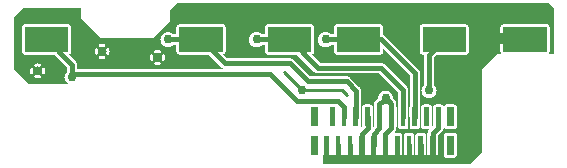
<source format=gbr>
G04 start of page 2 for group 0 idx 0 *
G04 Title: (unknown), 1top *
G04 Creator: pcb 20110918 *
G04 CreationDate: Mon Sep 22 22:22:36 2014 UTC *
G04 For: fosse *
G04 Format: Gerber/RS-274X *
G04 PCB-Dimensions: 320000 125000 *
G04 PCB-Coordinate-Origin: lower left *
%MOIN*%
%FSLAX25Y25*%
%LNTOP*%
%ADD18C,0.0300*%
%ADD17R,0.0807X0.0807*%
%ADD16R,0.0157X0.0157*%
%ADD15R,0.0236X0.0236*%
%ADD14R,0.0158X0.0158*%
%ADD13C,0.0100*%
%ADD12C,0.0150*%
%ADD11C,0.0001*%
G54D11*G36*
X180088Y104500D02*X213000D01*
X214500Y103000D01*
Y87500D01*
X212451D01*
X212494Y87511D01*
X212640Y87571D01*
X212774Y87653D01*
X212894Y87755D01*
X212996Y87875D01*
X213078Y88009D01*
X213138Y88155D01*
X213175Y88308D01*
X213184Y88465D01*
X213175Y96692D01*
X213138Y96845D01*
X213078Y96991D01*
X212996Y97125D01*
X212894Y97245D01*
X212774Y97347D01*
X212640Y97429D01*
X212494Y97489D01*
X212341Y97526D01*
X212184Y97536D01*
X197658Y97526D01*
X197505Y97489D01*
X197359Y97429D01*
X197225Y97347D01*
X197105Y97245D01*
X197003Y97125D01*
X196921Y96991D01*
X196861Y96845D01*
X196824Y96692D01*
X196814Y96536D01*
X196824Y88308D01*
X196861Y88155D01*
X196921Y88009D01*
X197003Y87875D01*
X197105Y87755D01*
X197118Y87745D01*
X197225Y87653D01*
X197359Y87571D01*
X197505Y87511D01*
X197548Y87500D01*
X195500D01*
X190500Y82500D01*
Y55000D01*
X186500Y51000D01*
X180088D01*
Y53105D01*
X181426Y53110D01*
X181579Y53147D01*
X181724Y53207D01*
X181859Y53289D01*
X181978Y53392D01*
X182081Y53511D01*
X182163Y53646D01*
X182223Y53791D01*
X182260Y53944D01*
X182269Y54101D01*
X182266Y56255D01*
X182260Y60557D01*
X182223Y60710D01*
X182163Y60855D01*
X182081Y60990D01*
X181978Y61109D01*
X181859Y61212D01*
X181724Y61294D01*
X181579Y61354D01*
X181426Y61391D01*
X181269Y61400D01*
X180088Y61396D01*
Y62554D01*
X181426Y62559D01*
X181579Y62596D01*
X181724Y62656D01*
X181859Y62738D01*
X181978Y62841D01*
X182081Y62960D01*
X182163Y63095D01*
X182223Y63240D01*
X182260Y63393D01*
X182269Y63550D01*
X182260Y70006D01*
X182223Y70159D01*
X182163Y70304D01*
X182081Y70439D01*
X181978Y70558D01*
X181859Y70661D01*
X181724Y70743D01*
X181579Y70803D01*
X181426Y70840D01*
X181269Y70849D01*
X180088Y70845D01*
Y87450D01*
X184245Y87453D01*
X185361Y87454D01*
X185514Y87491D01*
X185660Y87551D01*
X185794Y87633D01*
X185914Y87735D01*
X186016Y87855D01*
X186098Y87989D01*
X186158Y88135D01*
X186195Y88288D01*
X186204Y88445D01*
X186195Y96672D01*
X186158Y96825D01*
X186098Y96971D01*
X186016Y97105D01*
X185914Y97225D01*
X185794Y97327D01*
X185660Y97409D01*
X185514Y97469D01*
X185361Y97506D01*
X185204Y97516D01*
X180088Y97512D01*
Y104500D01*
G37*
G36*
Y51000D02*X175474D01*
X175602Y51150D01*
X175602Y51150D01*
X175746Y51385D01*
X175851Y51640D01*
X175916Y51907D01*
X175937Y52182D01*
X175932Y52251D01*
Y53827D01*
X175960Y53945D01*
X175969Y54102D01*
X175960Y60485D01*
X177339Y61864D01*
X177391Y61909D01*
X177570Y62118D01*
X177714Y62353D01*
X177819Y62608D01*
X177884Y62875D01*
X177905Y63150D01*
X177900Y63219D01*
Y63276D01*
X177922Y63368D01*
X177953Y63240D01*
X178013Y63095D01*
X178095Y62960D01*
X178198Y62841D01*
X178317Y62738D01*
X178452Y62656D01*
X178597Y62596D01*
X178750Y62559D01*
X178907Y62550D01*
X180088Y62554D01*
Y61396D01*
X178750Y61391D01*
X178597Y61354D01*
X178452Y61294D01*
X178317Y61212D01*
X178198Y61109D01*
X178095Y60990D01*
X178013Y60855D01*
X177953Y60710D01*
X177916Y60557D01*
X177907Y60400D01*
X177916Y53944D01*
X177953Y53791D01*
X178013Y53646D01*
X178095Y53511D01*
X178198Y53392D01*
X178317Y53289D01*
X178452Y53207D01*
X178597Y53147D01*
X178750Y53110D01*
X178907Y53101D01*
X180088Y53105D01*
Y51000D01*
G37*
G36*
X168058Y53755D02*Y53827D01*
X168086Y53945D01*
X168095Y54102D01*
X168086Y60557D01*
X168049Y60710D01*
X167989Y60856D01*
X167907Y60990D01*
X167805Y61110D01*
X167685Y61212D01*
X167551Y61294D01*
X167405Y61354D01*
X167252Y61391D01*
X167095Y61400D01*
X165364Y61391D01*
X165211Y61354D01*
X165065Y61294D01*
X164931Y61212D01*
X164811Y61110D01*
X164709Y60990D01*
X164627Y60856D01*
X164567Y60710D01*
X164530Y60557D01*
X164520Y60400D01*
X164530Y53945D01*
X164558Y53827D01*
Y52996D01*
X164436Y52797D01*
X164331Y52542D01*
X164266Y52275D01*
X164245Y52000D01*
X164266Y51725D01*
X164331Y51458D01*
X164436Y51203D01*
X164560Y51000D01*
X163475D01*
X163560Y51085D01*
X163612Y51130D01*
X163791Y51339D01*
X163791Y51339D01*
X163935Y51574D01*
X164040Y51829D01*
X164105Y52096D01*
X164126Y52371D01*
X164121Y52440D01*
Y53827D01*
X164149Y53945D01*
X164158Y54102D01*
X164149Y60557D01*
X164112Y60710D01*
X164052Y60856D01*
X163970Y60990D01*
X163868Y61110D01*
X163748Y61212D01*
X163614Y61294D01*
X163468Y61354D01*
X163315Y61391D01*
X163158Y61400D01*
X161427Y61391D01*
X161347Y61372D01*
X161591Y61616D01*
X161643Y61661D01*
X161822Y61870D01*
X161822Y61870D01*
X161966Y62105D01*
X162071Y62360D01*
X162136Y62627D01*
X162157Y62902D01*
X162152Y62971D01*
Y63276D01*
X162180Y63394D01*
X162189Y63551D01*
X162180Y70006D01*
X162152Y70124D01*
Y71029D01*
X162157Y71098D01*
X162136Y71372D01*
X162136Y71373D01*
X162071Y71640D01*
X161966Y71895D01*
X161822Y72130D01*
X161643Y72339D01*
X161591Y72384D01*
X160999Y72976D01*
X161000Y73000D01*
X160977Y73392D01*
X160885Y73775D01*
X160734Y74138D01*
X160529Y74474D01*
X160273Y74773D01*
X159974Y75029D01*
X159638Y75234D01*
X159275Y75385D01*
X158892Y75477D01*
X158500Y75508D01*
X158108Y75477D01*
X157725Y75385D01*
X157362Y75234D01*
X157026Y75029D01*
X156727Y74773D01*
X156471Y74474D01*
X156266Y74138D01*
X156115Y73775D01*
X156023Y73392D01*
X155992Y73000D01*
X155995Y72970D01*
X155276Y72251D01*
X155224Y72206D01*
X155045Y71997D01*
X154901Y71762D01*
X154796Y71507D01*
X154731Y71240D01*
X154731Y71239D01*
X154710Y70965D01*
X154715Y70897D01*
Y70124D01*
X154687Y70006D01*
X154678Y69850D01*
X154686Y63661D01*
X154271Y63246D01*
X154306Y63394D01*
X154315Y63551D01*
X154306Y70006D01*
X154269Y70159D01*
X154209Y70305D01*
X154127Y70439D01*
X154025Y70559D01*
X153905Y70661D01*
X153771Y70743D01*
X153625Y70803D01*
X153472Y70840D01*
X153315Y70850D01*
X153028Y70848D01*
Y81250D01*
X156275D01*
X162589Y74936D01*
Y70124D01*
X162561Y70006D01*
X162552Y69850D01*
X162561Y63394D01*
X162598Y63241D01*
X162658Y63095D01*
X162740Y62961D01*
X162842Y62841D01*
X162962Y62739D01*
X163096Y62657D01*
X163242Y62597D01*
X163395Y62560D01*
X163552Y62551D01*
X165283Y62560D01*
X165436Y62597D01*
X165582Y62657D01*
X165716Y62739D01*
X165836Y62841D01*
X165938Y62961D01*
X166020Y63095D01*
X166080Y63241D01*
X166117Y63394D01*
X166126Y63551D01*
X166117Y70006D01*
X166089Y70124D01*
Y75592D01*
X166094Y75661D01*
X166073Y75935D01*
X166073Y75936D01*
X166008Y76203D01*
X165903Y76458D01*
X165759Y76693D01*
X165580Y76902D01*
X165528Y76947D01*
X158286Y84189D01*
X158241Y84241D01*
X158032Y84420D01*
X157797Y84564D01*
X157542Y84669D01*
X157275Y84734D01*
X157274Y84734D01*
X157000Y84755D01*
X156932Y84750D01*
X153028D01*
Y87471D01*
X156841Y87474D01*
X156994Y87511D01*
X157140Y87571D01*
X157274Y87653D01*
X157394Y87755D01*
X157496Y87875D01*
X157578Y88009D01*
X157638Y88155D01*
X157675Y88308D01*
X157684Y88465D01*
X157684Y89342D01*
X166526Y80499D01*
Y70124D01*
X166498Y70006D01*
X166488Y69850D01*
X166498Y63394D01*
X166535Y63241D01*
X166595Y63095D01*
X166677Y62961D01*
X166779Y62841D01*
X166899Y62739D01*
X167033Y62657D01*
X167179Y62597D01*
X167332Y62560D01*
X167488Y62551D01*
X169220Y62560D01*
X169373Y62597D01*
X169519Y62657D01*
X169653Y62739D01*
X169773Y62841D01*
X169875Y62961D01*
X169957Y63095D01*
X170017Y63241D01*
X170054Y63394D01*
X170063Y63551D01*
X170054Y70006D01*
X170026Y70124D01*
Y81155D01*
X170031Y81224D01*
X170010Y81498D01*
X170010Y81499D01*
X169945Y81766D01*
X169840Y82021D01*
X169696Y82256D01*
X169517Y82465D01*
X169465Y82510D01*
X158286Y93689D01*
X158241Y93741D01*
X158032Y93920D01*
X157797Y94064D01*
X157678Y94113D01*
X157675Y96692D01*
X157638Y96845D01*
X157578Y96991D01*
X157496Y97125D01*
X157394Y97245D01*
X157274Y97347D01*
X157140Y97429D01*
X156994Y97489D01*
X156841Y97526D01*
X156684Y97536D01*
X153028Y97533D01*
Y104500D01*
X180088D01*
Y97512D01*
X170678Y97506D01*
X170525Y97469D01*
X170379Y97409D01*
X170245Y97327D01*
X170125Y97225D01*
X170023Y97105D01*
X169941Y96971D01*
X169881Y96825D01*
X169844Y96672D01*
X169834Y96516D01*
X169844Y88288D01*
X169881Y88135D01*
X169941Y87989D01*
X170023Y87855D01*
X170125Y87735D01*
X170245Y87633D01*
X170379Y87551D01*
X170525Y87491D01*
X170678Y87454D01*
X170834Y87445D01*
X171246Y87445D01*
X171250Y87391D01*
Y77293D01*
X171227Y77273D01*
X170971Y76974D01*
X170766Y76638D01*
X170615Y76275D01*
X170523Y75892D01*
X170492Y75500D01*
X170523Y75108D01*
X170615Y74725D01*
X170766Y74362D01*
X170971Y74026D01*
X171227Y73727D01*
X171526Y73471D01*
X171862Y73266D01*
X172225Y73115D01*
X172608Y73023D01*
X173000Y72992D01*
X173392Y73023D01*
X173775Y73115D01*
X174138Y73266D01*
X174474Y73471D01*
X174773Y73727D01*
X175029Y74026D01*
X175234Y74362D01*
X175385Y74725D01*
X175477Y75108D01*
X175500Y75500D01*
X175477Y75892D01*
X175385Y76275D01*
X175234Y76638D01*
X175029Y76974D01*
X174773Y77273D01*
X174750Y77293D01*
Y86735D01*
X175462Y87447D01*
X180083Y87450D01*
X180088Y87450D01*
Y70845D01*
X178750Y70840D01*
X178597Y70803D01*
X178452Y70743D01*
X178317Y70661D01*
X178198Y70558D01*
X178095Y70439D01*
X178013Y70304D01*
X177953Y70159D01*
X177922Y70031D01*
X177891Y70159D01*
X177831Y70305D01*
X177749Y70439D01*
X177647Y70559D01*
X177527Y70661D01*
X177393Y70743D01*
X177247Y70803D01*
X177094Y70840D01*
X176937Y70850D01*
X175206Y70840D01*
X175053Y70803D01*
X174907Y70743D01*
X174773Y70661D01*
X174653Y70559D01*
X174551Y70439D01*
X174469Y70305D01*
X174409Y70159D01*
X174372Y70006D01*
X174362Y69850D01*
X174371Y63846D01*
X173996Y63471D01*
X174000Y63551D01*
X173991Y70006D01*
X173954Y70159D01*
X173894Y70305D01*
X173812Y70439D01*
X173710Y70559D01*
X173590Y70661D01*
X173456Y70743D01*
X173310Y70803D01*
X173157Y70840D01*
X173000Y70850D01*
X171269Y70840D01*
X171116Y70803D01*
X170970Y70743D01*
X170836Y70661D01*
X170716Y70559D01*
X170614Y70439D01*
X170532Y70305D01*
X170472Y70159D01*
X170435Y70006D01*
X170426Y69850D01*
X170435Y63394D01*
X170472Y63241D01*
X170532Y63095D01*
X170614Y62961D01*
X170716Y62841D01*
X170836Y62739D01*
X170970Y62657D01*
X171116Y62597D01*
X171269Y62560D01*
X171426Y62551D01*
X173085Y62559D01*
X172993Y62468D01*
X172941Y62423D01*
X172762Y62214D01*
X172618Y61979D01*
X172513Y61724D01*
X172448Y61457D01*
X172448Y61456D01*
X172427Y61182D01*
X172432Y61113D01*
Y60675D01*
X172404Y60557D01*
X172394Y60400D01*
X172404Y53945D01*
X172432Y53827D01*
Y52787D01*
X172331Y52542D01*
X172266Y52275D01*
X172245Y52000D01*
X172266Y51725D01*
X172331Y51458D01*
X172436Y51203D01*
X172560Y51000D01*
X171482D01*
X171486Y51004D01*
X171665Y51213D01*
X171809Y51448D01*
X171914Y51703D01*
X171979Y51970D01*
X172000Y52245D01*
X171995Y52314D01*
Y53827D01*
X172023Y53945D01*
X172032Y54102D01*
X172023Y60557D01*
X171986Y60710D01*
X171926Y60856D01*
X171844Y60990D01*
X171742Y61110D01*
X171622Y61212D01*
X171488Y61294D01*
X171342Y61354D01*
X171189Y61391D01*
X171032Y61400D01*
X169301Y61391D01*
X169148Y61354D01*
X169002Y61294D01*
X168868Y61212D01*
X168748Y61110D01*
X168646Y60990D01*
X168564Y60856D01*
X168504Y60710D01*
X168467Y60557D01*
X168458Y60400D01*
X168467Y53945D01*
X168495Y53827D01*
Y52893D01*
X168436Y52797D01*
X168331Y52542D01*
X168266Y52275D01*
X168245Y52000D01*
X168266Y51725D01*
X168331Y51458D01*
X168436Y51203D01*
X168560Y51000D01*
X167475D01*
X167497Y51022D01*
X167549Y51067D01*
X167728Y51276D01*
X167872Y51511D01*
X167977Y51766D01*
X168042Y52033D01*
X168063Y52308D01*
X168058Y52377D01*
Y53755D01*
G37*
G36*
X153028Y70848D02*X151584Y70840D01*
X151431Y70803D01*
X151285Y70743D01*
X151151Y70661D01*
X151031Y70559D01*
X150929Y70439D01*
X150847Y70305D01*
X150787Y70159D01*
X150750Y70006D01*
X150740Y69850D01*
X150745Y66678D01*
X150745Y66672D01*
X150745Y66666D01*
X150749Y63724D01*
X150354Y63328D01*
X150369Y63394D01*
X150378Y63551D01*
X150369Y70006D01*
X150341Y70124D01*
Y75340D01*
X150346Y75409D01*
X150325Y75683D01*
X150325Y75684D01*
X150260Y75951D01*
X150155Y76206D01*
X150011Y76441D01*
X149832Y76650D01*
X149780Y76695D01*
X146786Y79689D01*
X146741Y79741D01*
X146532Y79920D01*
X146297Y80064D01*
X146042Y80169D01*
X145775Y80234D01*
X145774Y80234D01*
X145500Y80255D01*
X145431Y80250D01*
X133225D01*
X127786Y85689D01*
X127741Y85741D01*
X127532Y85920D01*
X127297Y86064D01*
X127042Y86169D01*
X126775Y86234D01*
X126774Y86234D01*
X126774D01*
X126500Y86255D01*
X126432Y86250D01*
X105725D01*
X104470Y87505D01*
X104494Y87511D01*
X104640Y87571D01*
X104774Y87653D01*
X104894Y87755D01*
X104996Y87875D01*
X105078Y88009D01*
X105138Y88155D01*
X105175Y88308D01*
X105184Y88465D01*
X105175Y96692D01*
X105138Y96845D01*
X105078Y96991D01*
X104996Y97125D01*
X104894Y97245D01*
X104774Y97347D01*
X104640Y97429D01*
X104494Y97489D01*
X104341Y97526D01*
X104184Y97536D01*
X89658Y97526D01*
X89505Y97489D01*
X89359Y97429D01*
X89225Y97347D01*
X89105Y97245D01*
X89003Y97125D01*
X88921Y96991D01*
X88861Y96845D01*
X88824Y96692D01*
X88814Y96536D01*
X88817Y94250D01*
X87793D01*
X87773Y94273D01*
X87474Y94529D01*
X87138Y94734D01*
X86775Y94885D01*
X86392Y94977D01*
X86000Y95008D01*
X85608Y94977D01*
X85225Y94885D01*
X84862Y94734D01*
X84533Y94533D01*
X86500Y96500D01*
Y102000D01*
X89000Y104500D01*
X153028D01*
Y97533D01*
X142158Y97526D01*
X142005Y97489D01*
X141859Y97429D01*
X141725Y97347D01*
X141605Y97245D01*
X141503Y97125D01*
X141421Y96991D01*
X141361Y96845D01*
X141324Y96692D01*
X141314Y96536D01*
X141317Y94250D01*
X140293D01*
X140273Y94273D01*
X139974Y94529D01*
X139638Y94734D01*
X139275Y94885D01*
X138892Y94977D01*
X138500Y95008D01*
X138108Y94977D01*
X137725Y94885D01*
X137362Y94734D01*
X137026Y94529D01*
X136727Y94273D01*
X136471Y93974D01*
X136266Y93638D01*
X136115Y93275D01*
X136023Y92892D01*
X135992Y92500D01*
X136023Y92108D01*
X136115Y91725D01*
X136266Y91362D01*
X136471Y91026D01*
X136727Y90727D01*
X137026Y90471D01*
X137362Y90266D01*
X137725Y90115D01*
X138108Y90023D01*
X138500Y89992D01*
X138892Y90023D01*
X139275Y90115D01*
X139638Y90266D01*
X139974Y90471D01*
X140273Y90727D01*
X140293Y90750D01*
X141321D01*
X141324Y88308D01*
X141361Y88155D01*
X141421Y88009D01*
X141503Y87875D01*
X141605Y87755D01*
X141725Y87653D01*
X141859Y87571D01*
X142005Y87511D01*
X142158Y87474D01*
X142314Y87465D01*
X153028Y87471D01*
Y84750D01*
X136725D01*
X133970Y87505D01*
X133994Y87511D01*
X134140Y87571D01*
X134274Y87653D01*
X134394Y87755D01*
X134496Y87875D01*
X134578Y88009D01*
X134638Y88155D01*
X134675Y88308D01*
X134684Y88465D01*
X134675Y96692D01*
X134638Y96845D01*
X134578Y96991D01*
X134496Y97125D01*
X134394Y97245D01*
X134274Y97347D01*
X134140Y97429D01*
X133994Y97489D01*
X133841Y97526D01*
X133684Y97536D01*
X119158Y97526D01*
X119005Y97489D01*
X118859Y97429D01*
X118725Y97347D01*
X118605Y97245D01*
X118503Y97125D01*
X118421Y96991D01*
X118361Y96845D01*
X118324Y96692D01*
X118314Y96536D01*
X118317Y94250D01*
X117293D01*
X117273Y94273D01*
X116974Y94529D01*
X116638Y94734D01*
X116275Y94885D01*
X115892Y94977D01*
X115500Y95008D01*
X115108Y94977D01*
X114725Y94885D01*
X114362Y94734D01*
X114026Y94529D01*
X113727Y94273D01*
X113471Y93974D01*
X113266Y93638D01*
X113115Y93275D01*
X113023Y92892D01*
X112992Y92500D01*
X113023Y92108D01*
X113115Y91725D01*
X113266Y91362D01*
X113471Y91026D01*
X113727Y90727D01*
X114026Y90471D01*
X114362Y90266D01*
X114725Y90115D01*
X115108Y90023D01*
X115500Y89992D01*
X115892Y90023D01*
X116275Y90115D01*
X116638Y90266D01*
X116974Y90471D01*
X117273Y90727D01*
X117293Y90750D01*
X118321D01*
X118324Y88308D01*
X118361Y88155D01*
X118421Y88009D01*
X118503Y87875D01*
X118605Y87755D01*
X118725Y87653D01*
X118859Y87571D01*
X119005Y87511D01*
X119158Y87474D01*
X119314Y87465D01*
X129054Y87471D01*
X134714Y81811D01*
X134759Y81759D01*
X134968Y81580D01*
X135203Y81436D01*
X135458Y81331D01*
X135725Y81266D01*
X135726Y81266D01*
X135726Y81266D01*
X136000Y81245D01*
X136069Y81250D01*
X153028D01*
Y70848D01*
G37*
G36*
X137500Y51000D02*Y54000D01*
X177000D01*
Y51000D01*
X137500D01*
G37*
G36*
X194000Y94500D02*X199500D01*
Y91000D01*
X194000D01*
Y94500D01*
G37*
G36*
X84459Y90528D02*X84526Y90471D01*
X84862Y90266D01*
X85225Y90115D01*
X85608Y90023D01*
X86000Y89992D01*
X86392Y90023D01*
X86775Y90115D01*
X87138Y90266D01*
X87474Y90471D01*
X87773Y90727D01*
X87793Y90750D01*
X88821D01*
X88824Y88308D01*
X88861Y88155D01*
X88921Y88009D01*
X89003Y87875D01*
X89105Y87755D01*
X89225Y87653D01*
X89359Y87571D01*
X89505Y87511D01*
X89658Y87474D01*
X89814Y87465D01*
X99554Y87471D01*
X103714Y83311D01*
X103759Y83259D01*
X103968Y83080D01*
X104203Y82936D01*
X104458Y82831D01*
X104725Y82766D01*
X104726Y82766D01*
X104931Y82750D01*
X84459D01*
Y85438D01*
X84512Y85444D01*
X84588Y85465D01*
X84660Y85497D01*
X84725Y85540D01*
X84784Y85593D01*
X84833Y85654D01*
X84872Y85722D01*
X84899Y85796D01*
X84958Y86027D01*
X84992Y86262D01*
X85003Y86500D01*
X84992Y86738D01*
X84958Y86973D01*
X84902Y87205D01*
X84874Y87279D01*
X84835Y87347D01*
X84785Y87409D01*
X84726Y87462D01*
X84660Y87505D01*
X84588Y87537D01*
X84512Y87558D01*
X84459Y87563D01*
Y90528D01*
G37*
G36*
Y96459D02*X87500Y99500D01*
X120000D01*
X121972Y97528D01*
X119158Y97526D01*
X119005Y97489D01*
X118859Y97429D01*
X118725Y97347D01*
X118605Y97245D01*
X118503Y97125D01*
X118421Y96991D01*
X118361Y96845D01*
X118324Y96692D01*
X118314Y96536D01*
X118317Y94250D01*
X117293D01*
X117273Y94273D01*
X116974Y94529D01*
X116638Y94734D01*
X116275Y94885D01*
X115892Y94977D01*
X115500Y95008D01*
X115108Y94977D01*
X114725Y94885D01*
X114362Y94734D01*
X114026Y94529D01*
X113727Y94273D01*
X113471Y93974D01*
X113266Y93638D01*
X113115Y93275D01*
X113023Y92892D01*
X112992Y92500D01*
X113023Y92108D01*
X113115Y91725D01*
X113266Y91362D01*
X113471Y91026D01*
X113727Y90727D01*
X114026Y90471D01*
X114362Y90266D01*
X114725Y90115D01*
X115108Y90023D01*
X115500Y89992D01*
X115892Y90023D01*
X116275Y90115D01*
X116638Y90266D01*
X116974Y90471D01*
X117273Y90727D01*
X117293Y90750D01*
X118321D01*
X118324Y88308D01*
X118361Y88155D01*
X118421Y88009D01*
X118503Y87875D01*
X118605Y87755D01*
X118725Y87653D01*
X118859Y87571D01*
X119005Y87511D01*
X119158Y87474D01*
X119314Y87465D01*
X129054Y87471D01*
X134714Y81811D01*
X134759Y81759D01*
X134968Y81580D01*
X135203Y81436D01*
X135458Y81331D01*
X135725Y81266D01*
X135726Y81266D01*
X136000Y81245D01*
X136069Y81250D01*
X138250D01*
X139250Y80250D01*
X133225D01*
X127786Y85689D01*
X127741Y85741D01*
X127532Y85920D01*
X127297Y86064D01*
X127042Y86169D01*
X126775Y86234D01*
X126774Y86234D01*
X126500Y86255D01*
X126432Y86250D01*
X105725D01*
X104470Y87505D01*
X104494Y87511D01*
X104640Y87571D01*
X104774Y87653D01*
X104894Y87755D01*
X104996Y87875D01*
X105078Y88009D01*
X105138Y88155D01*
X105175Y88308D01*
X105184Y88465D01*
X105175Y96692D01*
X105138Y96845D01*
X105078Y96991D01*
X104996Y97125D01*
X104894Y97245D01*
X104774Y97347D01*
X104640Y97429D01*
X104494Y97489D01*
X104341Y97526D01*
X104184Y97536D01*
X89658Y97526D01*
X89505Y97489D01*
X89359Y97429D01*
X89225Y97347D01*
X89105Y97245D01*
X89003Y97125D01*
X88921Y96991D01*
X88861Y96845D01*
X88824Y96692D01*
X88814Y96536D01*
X88817Y94250D01*
X87793D01*
X87773Y94273D01*
X87474Y94529D01*
X87138Y94734D01*
X86775Y94885D01*
X86392Y94977D01*
X86000Y95008D01*
X85608Y94977D01*
X85225Y94885D01*
X84862Y94734D01*
X84526Y94529D01*
X84459Y94472D01*
Y96459D01*
G37*
G36*
X82501Y94501D02*X84459Y96459D01*
Y94472D01*
X84227Y94273D01*
X83971Y93974D01*
X83766Y93638D01*
X83615Y93275D01*
X83523Y92892D01*
X83492Y92500D01*
X83523Y92108D01*
X83615Y91725D01*
X83766Y91362D01*
X83971Y91026D01*
X84227Y90727D01*
X84459Y90528D01*
Y87563D01*
X84434Y87566D01*
X84355Y87562D01*
X84277Y87546D01*
X84204Y87518D01*
X84135Y87479D01*
X84074Y87429D01*
X84021Y87370D01*
X83977Y87304D01*
X83945Y87232D01*
X83925Y87156D01*
X83916Y87078D01*
X83920Y86999D01*
X83938Y86922D01*
X83973Y86784D01*
X83993Y86642D01*
X84000Y86500D01*
X83993Y86358D01*
X83973Y86216D01*
X83939Y86078D01*
X83922Y86001D01*
X83918Y85922D01*
X83926Y85844D01*
X83947Y85768D01*
X83979Y85696D01*
X84022Y85631D01*
X84075Y85572D01*
X84136Y85523D01*
X84204Y85484D01*
X84278Y85456D01*
X84355Y85440D01*
X84434Y85436D01*
X84459Y85438D01*
Y82750D01*
X82501D01*
Y83997D01*
X82738Y84008D01*
X82973Y84042D01*
X83205Y84098D01*
X83279Y84126D01*
X83347Y84165D01*
X83409Y84215D01*
X83462Y84274D01*
X83505Y84340D01*
X83537Y84412D01*
X83558Y84488D01*
X83566Y84566D01*
X83562Y84645D01*
X83546Y84723D01*
X83518Y84796D01*
X83479Y84865D01*
X83429Y84926D01*
X83370Y84979D01*
X83304Y85023D01*
X83232Y85055D01*
X83156Y85075D01*
X83078Y85084D01*
X82999Y85080D01*
X82922Y85062D01*
X82784Y85027D01*
X82642Y85007D01*
X82501Y85000D01*
Y88000D01*
X82642Y87993D01*
X82784Y87973D01*
X82922Y87939D01*
X82999Y87922D01*
X83078Y87918D01*
X83156Y87926D01*
X83232Y87947D01*
X83304Y87979D01*
X83369Y88022D01*
X83428Y88075D01*
X83477Y88136D01*
X83516Y88204D01*
X83544Y88278D01*
X83560Y88355D01*
X83564Y88434D01*
X83556Y88512D01*
X83535Y88588D01*
X83503Y88660D01*
X83460Y88725D01*
X83407Y88784D01*
X83346Y88833D01*
X83278Y88872D01*
X83204Y88899D01*
X82973Y88958D01*
X82738Y88992D01*
X82501Y89003D01*
Y94501D01*
G37*
G36*
X80541Y93000D02*X81000D01*
X82501Y94501D01*
Y89003D01*
X82500Y89003D01*
X82262Y88992D01*
X82027Y88958D01*
X81795Y88902D01*
X81721Y88874D01*
X81653Y88835D01*
X81591Y88785D01*
X81538Y88726D01*
X81495Y88660D01*
X81463Y88588D01*
X81442Y88512D01*
X81434Y88434D01*
X81438Y88355D01*
X81454Y88277D01*
X81482Y88204D01*
X81521Y88135D01*
X81571Y88074D01*
X81630Y88021D01*
X81696Y87977D01*
X81768Y87945D01*
X81844Y87925D01*
X81922Y87916D01*
X82001Y87920D01*
X82078Y87938D01*
X82216Y87973D01*
X82358Y87993D01*
X82500Y88000D01*
X82501Y88000D01*
Y85000D01*
X82500Y85000D01*
X82358Y85007D01*
X82216Y85027D01*
X82078Y85061D01*
X82001Y85078D01*
X81922Y85082D01*
X81844Y85074D01*
X81768Y85053D01*
X81696Y85021D01*
X81631Y84978D01*
X81572Y84925D01*
X81523Y84864D01*
X81484Y84796D01*
X81456Y84722D01*
X81440Y84645D01*
X81436Y84566D01*
X81444Y84488D01*
X81465Y84412D01*
X81497Y84340D01*
X81540Y84275D01*
X81593Y84216D01*
X81654Y84167D01*
X81722Y84128D01*
X81796Y84101D01*
X82027Y84042D01*
X82262Y84008D01*
X82500Y83997D01*
X82501Y83997D01*
Y82750D01*
X80541D01*
Y85437D01*
X80566Y85434D01*
X80645Y85438D01*
X80723Y85454D01*
X80796Y85482D01*
X80865Y85521D01*
X80926Y85571D01*
X80979Y85630D01*
X81023Y85696D01*
X81055Y85768D01*
X81075Y85844D01*
X81084Y85922D01*
X81080Y86001D01*
X81062Y86078D01*
X81027Y86216D01*
X81007Y86358D01*
X81000Y86500D01*
X81007Y86642D01*
X81027Y86784D01*
X81061Y86922D01*
X81078Y86999D01*
X81082Y87078D01*
X81074Y87156D01*
X81053Y87232D01*
X81021Y87304D01*
X80978Y87369D01*
X80925Y87428D01*
X80864Y87477D01*
X80796Y87516D01*
X80722Y87544D01*
X80645Y87560D01*
X80566Y87564D01*
X80541Y87562D01*
Y93000D01*
G37*
G36*
X65959D02*X80541D01*
Y87562D01*
X80488Y87556D01*
X80412Y87535D01*
X80340Y87503D01*
X80275Y87460D01*
X80216Y87407D01*
X80167Y87346D01*
X80128Y87278D01*
X80101Y87204D01*
X80042Y86973D01*
X80008Y86738D01*
X79997Y86500D01*
X80008Y86262D01*
X80042Y86027D01*
X80098Y85795D01*
X80126Y85721D01*
X80165Y85653D01*
X80215Y85591D01*
X80274Y85538D01*
X80340Y85495D01*
X80412Y85463D01*
X80488Y85442D01*
X80541Y85437D01*
Y82750D01*
X65959D01*
Y87438D01*
X66012Y87444D01*
X66088Y87465D01*
X66160Y87497D01*
X66225Y87540D01*
X66284Y87593D01*
X66333Y87654D01*
X66372Y87722D01*
X66399Y87796D01*
X66458Y88027D01*
X66492Y88262D01*
X66503Y88500D01*
X66492Y88738D01*
X66458Y88973D01*
X66402Y89205D01*
X66374Y89279D01*
X66335Y89347D01*
X66285Y89409D01*
X66226Y89462D01*
X66160Y89505D01*
X66088Y89537D01*
X66012Y89558D01*
X65959Y89563D01*
Y93000D01*
G37*
G36*
X64001D02*X65959D01*
Y89563D01*
X65934Y89566D01*
X65855Y89562D01*
X65777Y89546D01*
X65704Y89518D01*
X65635Y89479D01*
X65574Y89429D01*
X65521Y89370D01*
X65477Y89304D01*
X65445Y89232D01*
X65425Y89156D01*
X65416Y89078D01*
X65420Y88999D01*
X65438Y88922D01*
X65473Y88784D01*
X65493Y88642D01*
X65500Y88500D01*
X65493Y88358D01*
X65473Y88216D01*
X65439Y88078D01*
X65422Y88001D01*
X65418Y87922D01*
X65426Y87844D01*
X65447Y87768D01*
X65479Y87696D01*
X65522Y87631D01*
X65575Y87572D01*
X65636Y87523D01*
X65704Y87484D01*
X65778Y87456D01*
X65855Y87440D01*
X65934Y87436D01*
X65959Y87438D01*
Y82750D01*
X64001D01*
Y85997D01*
X64238Y86008D01*
X64473Y86042D01*
X64705Y86098D01*
X64779Y86126D01*
X64847Y86165D01*
X64909Y86215D01*
X64962Y86274D01*
X65005Y86340D01*
X65037Y86412D01*
X65058Y86488D01*
X65066Y86566D01*
X65062Y86645D01*
X65046Y86723D01*
X65018Y86796D01*
X64979Y86865D01*
X64929Y86926D01*
X64870Y86979D01*
X64804Y87023D01*
X64732Y87055D01*
X64656Y87075D01*
X64578Y87084D01*
X64499Y87080D01*
X64422Y87062D01*
X64284Y87027D01*
X64142Y87007D01*
X64001Y87000D01*
Y90000D01*
X64142Y89993D01*
X64284Y89973D01*
X64422Y89939D01*
X64499Y89922D01*
X64578Y89918D01*
X64656Y89926D01*
X64732Y89947D01*
X64804Y89979D01*
X64869Y90022D01*
X64928Y90075D01*
X64977Y90136D01*
X65016Y90204D01*
X65044Y90278D01*
X65060Y90355D01*
X65064Y90434D01*
X65056Y90512D01*
X65035Y90588D01*
X65003Y90660D01*
X64960Y90725D01*
X64907Y90784D01*
X64846Y90833D01*
X64778Y90872D01*
X64704Y90899D01*
X64473Y90958D01*
X64238Y90992D01*
X64001Y91003D01*
Y93000D01*
G37*
G36*
X62041Y94459D02*X63500Y93000D01*
X64001D01*
Y91003D01*
X64000Y91003D01*
X63762Y90992D01*
X63527Y90958D01*
X63295Y90902D01*
X63221Y90874D01*
X63153Y90835D01*
X63091Y90785D01*
X63038Y90726D01*
X62995Y90660D01*
X62963Y90588D01*
X62942Y90512D01*
X62934Y90434D01*
X62938Y90355D01*
X62954Y90277D01*
X62982Y90204D01*
X63021Y90135D01*
X63071Y90074D01*
X63130Y90021D01*
X63196Y89977D01*
X63268Y89945D01*
X63344Y89925D01*
X63422Y89916D01*
X63501Y89920D01*
X63578Y89938D01*
X63716Y89973D01*
X63858Y89993D01*
X64000Y90000D01*
X64001Y90000D01*
Y87000D01*
X64000Y87000D01*
X63858Y87007D01*
X63716Y87027D01*
X63578Y87061D01*
X63501Y87078D01*
X63422Y87082D01*
X63344Y87074D01*
X63268Y87053D01*
X63196Y87021D01*
X63131Y86978D01*
X63072Y86925D01*
X63023Y86864D01*
X62984Y86796D01*
X62956Y86722D01*
X62940Y86645D01*
X62936Y86566D01*
X62944Y86488D01*
X62965Y86412D01*
X62997Y86340D01*
X63040Y86275D01*
X63093Y86216D01*
X63154Y86167D01*
X63222Y86128D01*
X63296Y86101D01*
X63527Y86042D01*
X63762Y86008D01*
X64000Y85997D01*
X64001Y85997D01*
Y82750D01*
X62041D01*
Y87437D01*
X62066Y87434D01*
X62145Y87438D01*
X62223Y87454D01*
X62296Y87482D01*
X62365Y87521D01*
X62426Y87571D01*
X62479Y87630D01*
X62523Y87696D01*
X62555Y87768D01*
X62575Y87844D01*
X62584Y87922D01*
X62580Y88001D01*
X62562Y88078D01*
X62527Y88216D01*
X62507Y88358D01*
X62500Y88500D01*
X62507Y88642D01*
X62527Y88784D01*
X62561Y88922D01*
X62578Y88999D01*
X62582Y89078D01*
X62574Y89156D01*
X62553Y89232D01*
X62521Y89304D01*
X62478Y89369D01*
X62425Y89428D01*
X62364Y89477D01*
X62296Y89516D01*
X62222Y89544D01*
X62145Y89560D01*
X62066Y89564D01*
X62041Y89562D01*
Y94459D01*
G37*
G36*
X42501Y103000D02*X57000D01*
Y99500D01*
X62041Y94459D01*
Y89562D01*
X61988Y89556D01*
X61912Y89535D01*
X61840Y89503D01*
X61775Y89460D01*
X61716Y89407D01*
X61667Y89346D01*
X61628Y89278D01*
X61601Y89204D01*
X61542Y88973D01*
X61508Y88738D01*
X61497Y88500D01*
X61508Y88262D01*
X61542Y88027D01*
X61598Y87795D01*
X61626Y87721D01*
X61665Y87653D01*
X61715Y87591D01*
X61774Y87538D01*
X61840Y87495D01*
X61912Y87463D01*
X61988Y87442D01*
X62041Y87437D01*
Y82750D01*
X55750D01*
Y83931D01*
X55755Y84000D01*
X55734Y84274D01*
X55734Y84274D01*
X55669Y84542D01*
X55564Y84796D01*
X55420Y85031D01*
X55241Y85241D01*
X55189Y85285D01*
X52970Y87505D01*
X52994Y87511D01*
X53140Y87571D01*
X53274Y87653D01*
X53394Y87755D01*
X53496Y87875D01*
X53578Y88009D01*
X53638Y88155D01*
X53675Y88308D01*
X53684Y88465D01*
X53675Y96692D01*
X53638Y96845D01*
X53578Y96991D01*
X53496Y97125D01*
X53394Y97245D01*
X53274Y97347D01*
X53140Y97429D01*
X52994Y97489D01*
X52841Y97526D01*
X52684Y97536D01*
X42501Y97529D01*
Y103000D01*
G37*
G36*
X53902Y77500D02*X44459D01*
Y80938D01*
X44512Y80944D01*
X44588Y80965D01*
X44660Y80997D01*
X44725Y81040D01*
X44784Y81093D01*
X44833Y81154D01*
X44872Y81222D01*
X44899Y81296D01*
X44958Y81527D01*
X44992Y81762D01*
X45003Y82000D01*
X44992Y82238D01*
X44958Y82473D01*
X44902Y82705D01*
X44874Y82779D01*
X44835Y82847D01*
X44785Y82909D01*
X44726Y82962D01*
X44660Y83005D01*
X44588Y83037D01*
X44512Y83058D01*
X44459Y83063D01*
Y87468D01*
X48054Y87471D01*
X52250Y83275D01*
Y81793D01*
X52227Y81773D01*
X51971Y81474D01*
X51766Y81138D01*
X51615Y80775D01*
X51523Y80392D01*
X51492Y80000D01*
X51523Y79608D01*
X51615Y79225D01*
X51766Y78862D01*
X51971Y78526D01*
X52227Y78227D01*
X52526Y77971D01*
X52862Y77766D01*
X53225Y77615D01*
X53608Y77523D01*
X53902Y77500D01*
G37*
G36*
X44459D02*X42501D01*
Y79497D01*
X42738Y79508D01*
X42973Y79542D01*
X43205Y79598D01*
X43279Y79626D01*
X43347Y79665D01*
X43409Y79715D01*
X43462Y79774D01*
X43505Y79840D01*
X43537Y79912D01*
X43558Y79988D01*
X43566Y80066D01*
X43562Y80145D01*
X43546Y80223D01*
X43518Y80296D01*
X43479Y80365D01*
X43429Y80426D01*
X43370Y80479D01*
X43304Y80523D01*
X43232Y80555D01*
X43156Y80575D01*
X43078Y80584D01*
X42999Y80580D01*
X42922Y80562D01*
X42784Y80527D01*
X42642Y80507D01*
X42501Y80500D01*
Y83500D01*
X42642Y83493D01*
X42784Y83473D01*
X42922Y83439D01*
X42999Y83422D01*
X43078Y83418D01*
X43156Y83426D01*
X43232Y83447D01*
X43304Y83479D01*
X43369Y83522D01*
X43428Y83575D01*
X43477Y83636D01*
X43516Y83704D01*
X43544Y83778D01*
X43560Y83855D01*
X43564Y83934D01*
X43556Y84012D01*
X43535Y84088D01*
X43503Y84160D01*
X43460Y84225D01*
X43407Y84284D01*
X43346Y84333D01*
X43278Y84372D01*
X43204Y84399D01*
X42973Y84458D01*
X42738Y84492D01*
X42501Y84503D01*
Y87467D01*
X44459Y87468D01*
Y83063D01*
X44434Y83066D01*
X44355Y83062D01*
X44277Y83046D01*
X44204Y83018D01*
X44135Y82979D01*
X44074Y82929D01*
X44021Y82870D01*
X43977Y82804D01*
X43945Y82732D01*
X43925Y82656D01*
X43916Y82578D01*
X43920Y82499D01*
X43938Y82422D01*
X43973Y82284D01*
X43993Y82142D01*
X44000Y82000D01*
X43993Y81858D01*
X43973Y81716D01*
X43939Y81578D01*
X43922Y81501D01*
X43918Y81422D01*
X43926Y81344D01*
X43947Y81268D01*
X43979Y81196D01*
X44022Y81131D01*
X44075Y81072D01*
X44136Y81023D01*
X44204Y80984D01*
X44278Y80956D01*
X44355Y80940D01*
X44434Y80936D01*
X44459Y80938D01*
Y77500D01*
G37*
G36*
X40541Y103000D02*X42501D01*
Y97529D01*
X40541Y97528D01*
Y103000D01*
G37*
G36*
X42501Y77500D02*X40541D01*
Y80937D01*
X40566Y80934D01*
X40645Y80938D01*
X40723Y80954D01*
X40796Y80982D01*
X40865Y81021D01*
X40926Y81071D01*
X40979Y81130D01*
X41023Y81196D01*
X41055Y81268D01*
X41075Y81344D01*
X41084Y81422D01*
X41080Y81501D01*
X41062Y81578D01*
X41027Y81716D01*
X41007Y81858D01*
X41000Y82000D01*
X41007Y82142D01*
X41027Y82284D01*
X41061Y82422D01*
X41078Y82499D01*
X41082Y82578D01*
X41074Y82656D01*
X41053Y82732D01*
X41021Y82804D01*
X40978Y82869D01*
X40925Y82928D01*
X40864Y82977D01*
X40796Y83016D01*
X40722Y83044D01*
X40645Y83060D01*
X40566Y83064D01*
X40541Y83062D01*
Y87466D01*
X42501Y87467D01*
Y84503D01*
X42500Y84503D01*
X42262Y84492D01*
X42027Y84458D01*
X41795Y84402D01*
X41721Y84374D01*
X41653Y84335D01*
X41591Y84285D01*
X41538Y84226D01*
X41495Y84160D01*
X41463Y84088D01*
X41442Y84012D01*
X41434Y83934D01*
X41438Y83855D01*
X41454Y83777D01*
X41482Y83704D01*
X41521Y83635D01*
X41571Y83574D01*
X41630Y83521D01*
X41696Y83477D01*
X41768Y83445D01*
X41844Y83425D01*
X41922Y83416D01*
X42001Y83420D01*
X42078Y83438D01*
X42216Y83473D01*
X42358Y83493D01*
X42500Y83500D01*
X42501Y83500D01*
Y80500D01*
X42500Y80500D01*
X42358Y80507D01*
X42216Y80527D01*
X42078Y80561D01*
X42001Y80578D01*
X41922Y80582D01*
X41844Y80574D01*
X41768Y80553D01*
X41696Y80521D01*
X41631Y80478D01*
X41572Y80425D01*
X41523Y80364D01*
X41484Y80296D01*
X41456Y80222D01*
X41440Y80145D01*
X41436Y80066D01*
X41444Y79988D01*
X41465Y79912D01*
X41497Y79840D01*
X41540Y79775D01*
X41593Y79716D01*
X41654Y79667D01*
X41722Y79628D01*
X41796Y79601D01*
X42027Y79542D01*
X42262Y79508D01*
X42500Y79497D01*
X42501Y79497D01*
Y77500D01*
G37*
G36*
X40541D02*X39500D01*
X34500Y82500D01*
Y100000D01*
X37500Y103000D01*
X40541D01*
Y97528D01*
X38158Y97526D01*
X38005Y97489D01*
X37859Y97429D01*
X37725Y97347D01*
X37605Y97245D01*
X37503Y97125D01*
X37421Y96991D01*
X37361Y96845D01*
X37324Y96692D01*
X37314Y96536D01*
X37324Y88308D01*
X37361Y88155D01*
X37421Y88009D01*
X37503Y87875D01*
X37605Y87755D01*
X37725Y87653D01*
X37859Y87571D01*
X38005Y87511D01*
X38158Y87474D01*
X38314Y87465D01*
X40541Y87466D01*
Y83062D01*
X40488Y83056D01*
X40412Y83035D01*
X40340Y83003D01*
X40275Y82960D01*
X40216Y82907D01*
X40167Y82846D01*
X40128Y82778D01*
X40101Y82704D01*
X40042Y82473D01*
X40008Y82238D01*
X39997Y82000D01*
X40008Y81762D01*
X40042Y81527D01*
X40098Y81295D01*
X40126Y81221D01*
X40165Y81153D01*
X40215Y81091D01*
X40274Y81038D01*
X40340Y80995D01*
X40412Y80963D01*
X40488Y80942D01*
X40541Y80937D01*
Y77500D01*
G37*
G54D12*X150560Y61060D02*X152500Y63000D01*
Y66672D01*
X152528Y66700D01*
X150500Y57190D02*X150560Y57250D01*
Y61060D02*Y52060D01*
X138749Y52751D02*X139500Y52000D01*
X146623Y57250D02*Y52123D01*
X154497Y57250D02*Y60997D01*
X156465Y66700D02*Y62965D01*
X154497Y60997D01*
X156465Y65965D02*Y70965D01*
X157500Y72000D01*
X144654Y69846D02*X142500Y72000D01*
X174182Y57251D02*Y61182D01*
X173000Y75500D02*Y87460D01*
X178020Y92480D01*
X176150Y66700D02*Y63150D01*
X174182Y61182D01*
Y57000D02*Y52182D01*
X174000Y52000D01*
X158434Y57251D02*Y60934D01*
X160402Y66700D02*Y62902D01*
X158434Y60934D01*
X162371Y57251D02*Y52371D01*
X162000Y52000D01*
X166308Y57251D02*Y52308D01*
X166000Y52000D01*
X170245Y57251D02*Y52245D01*
X168276Y66700D02*Y81224D01*
X170245Y52245D02*X170000Y52000D01*
X157000Y83000D02*X136000D01*
X126500Y92500D01*
X115500D02*X126499D01*
X138500D02*X149500D01*
X145500Y78500D02*X132500D01*
X126500Y84500D01*
X105000D01*
X97000Y92500D01*
X86000D02*X97000D01*
X54000Y84000D02*X45500Y92500D01*
X120000Y81000D02*X55000D01*
X54000Y80000D01*
Y84000D01*
X160402Y66500D02*Y71098D01*
X164339Y66700D02*Y75661D01*
X160402Y71098D02*X159500Y72000D01*
X157500D01*
X164339Y75661D02*X157000Y83000D01*
X148591Y66700D02*Y75409D01*
X145500Y78500D01*
X168276Y81224D02*X157000Y92500D01*
X149500D01*
X138749Y57250D02*Y52751D01*
X142686Y57250D02*Y52186D01*
X144654Y66700D02*Y69846D01*
X129000Y72000D02*X120000Y81000D01*
G54D13*X130500Y75500D02*X124500Y81500D01*
G54D12*X142500Y72000D02*X129000D01*
G54D13*X145500Y74000D02*X144000Y75500D01*
X130500D01*
G54D14*X140717Y69062D02*Y64338D01*
X144654Y69062D02*Y64338D01*
X148591Y69062D02*Y64338D01*
G54D15*X134812Y68668D02*Y64731D01*
G54D16*X138749Y59613D02*Y54888D01*
X142686Y59613D02*Y54888D01*
X146623Y59613D02*Y54888D01*
G54D15*X134812Y59219D02*Y55282D01*
G54D16*X150560Y59613D02*Y54888D01*
X154497Y59613D02*Y54888D01*
G54D14*X158434Y59613D02*Y54889D01*
X162371Y59613D02*Y54889D01*
X166308Y59613D02*Y54889D01*
X170245Y59613D02*Y54889D01*
X174182Y59613D02*Y54889D01*
G54D15*X180088Y59219D02*Y55282D01*
G54D14*X152528Y69062D02*Y64338D01*
X156465Y69062D02*Y64338D01*
X160402Y69062D02*Y64338D01*
X164339Y69062D02*Y64338D01*
X168276Y69062D02*Y64338D01*
X172213Y69062D02*Y64338D01*
X176150Y69062D02*Y64338D01*
G54D15*X180088Y68668D02*Y64731D01*
G54D17*X201850Y92500D02*X208149D01*
X146350D02*X152649D01*
X174870Y92480D02*X181169D01*
X123350Y92500D02*X129649D01*
X93850D02*X100149D01*
X42350D02*X48649D01*
G54D18*X115500D03*
X86000D03*
X158500Y73000D03*
X173000Y75500D03*
X138500Y92500D03*
X130500Y75500D03*
X54000Y80000D03*
X82500Y86500D03*
X64000Y88500D03*
X42500Y82000D03*
G54D12*M02*

</source>
